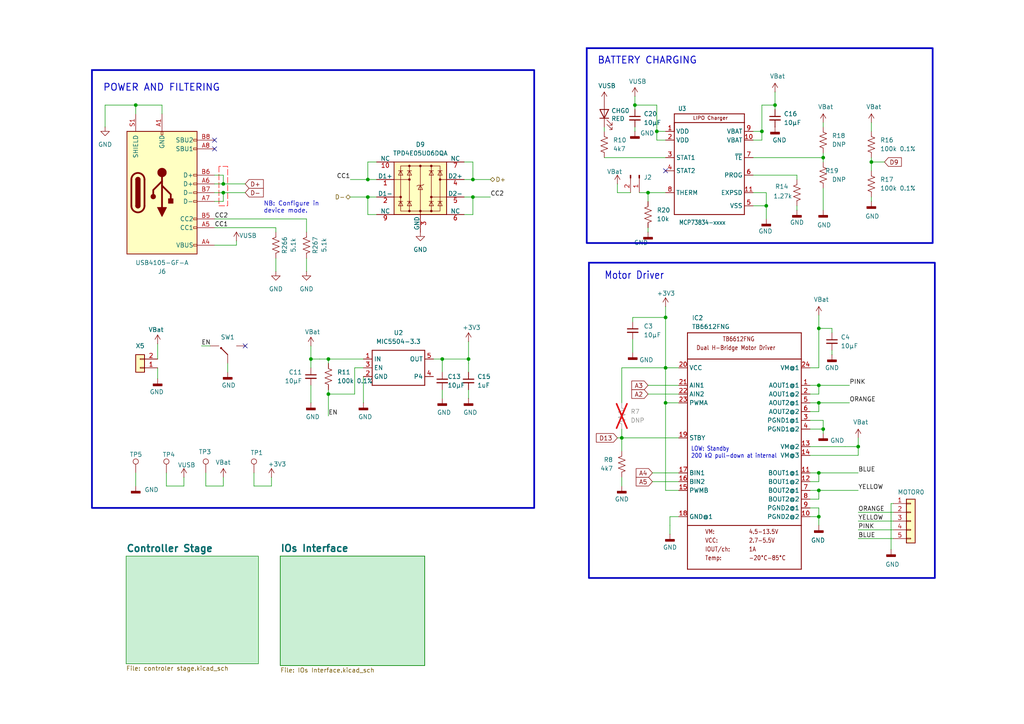
<source format=kicad_sch>
(kicad_sch (version 20250114) (generator "eeschema") (generator_version "9.0")
  (paper "A4")
  (title_block (title "FED3 Control Board") (rev "7.4") (company "Kravitz Lab") (comment 1 "Open Ephys, Inc."))
  (lib_symbols
    (symbol "Connector:Conn_01x02_Pin" (pin_names (offset 1.016) (hide yes))
      (property "Reference" "J" (at 0 2.54 0))
      (property "Value" "Conn_01x02_Pin" (at 0 -5.08 0))
      (symbol "Conn_01x02_Pin_1_1"
        (pin passive line (at 5.08 0 180) (length 3.81) (name "Pin_1") (number "1"))
        (pin passive line (at 5.08 -2.54 180) (length 3.81) (name "Pin_2") (number "2"))
      )
    )
    (symbol "Connector:TestPoint" (pin_numbers (hide yes)) (pin_names (offset 0.762) (hide yes))
      (property "Reference" "TP" (at 0 6.858 0))
      (property "Value" "TestPoint" (at 0 5.08 0))
      (symbol "TestPoint_1_1"
        (pin passive line (at 0 0 90) (length 2.54) (name "1") (number "1"))
      )
    )
    (symbol "Connector:USB_C_Receptacle_USB2.0_16P" (pin_names (offset 1.016))
      (property "Reference" "J" (at 0 22.225 0))
      (property "Value" "USB_C_Receptacle_USB2.0_16P" (at 0 19.685 0))
      (symbol "USB_C_Receptacle_USB2.0_16P_1_1"
        (pin passive line (at -7.62 -22.86 90) (length 5.08) (name "SHIELD") (number "S1"))
        (pin passive line (at 0 -22.86 90) (length 5.08) (name "GND") (number "A1"))
        (pin passive line (at 0 -22.86 90) (length 5.08) (hide yes) (name "GND") (number "A12"))
        (pin passive line (at 0 -22.86 90) (length 5.08) (hide yes) (name "GND") (number "B1"))
        (pin passive line (at 0 -22.86 90) (length 5.08) (hide yes) (name "GND") (number "B12"))
        (pin passive line (at 15.24 15.24 180) (length 5.08) (name "VBUS") (number "A4"))
        (pin passive line (at 15.24 15.24 180) (length 5.08) (hide yes) (name "VBUS") (number "A9"))
        (pin passive line (at 15.24 15.24 180) (length 5.08) (hide yes) (name "VBUS") (number "B4"))
        (pin passive line (at 15.24 15.24 180) (length 5.08) (hide yes) (name "VBUS") (number "B9"))
        (pin bidirectional line (at 15.24 10.16 180) (length 5.08) (name "CC1") (number "A5"))
        (pin bidirectional line (at 15.24 7.62 180) (length 5.08) (name "CC2") (number "B5"))
        (pin bidirectional line (at 15.24 2.54 180) (length 5.08) (name "D-") (number "A7"))
        (pin bidirectional line (at 15.24 0 180) (length 5.08) (name "D-") (number "B7"))
        (pin bidirectional line (at 15.24 -2.54 180) (length 5.08) (name "D+") (number "A6"))
        (pin bidirectional line (at 15.24 -5.08 180) (length 5.08) (name "D+") (number "B6"))
        (pin bidirectional line (at 15.24 -12.7 180) (length 5.08) (name "SBU1") (number "A8"))
        (pin bidirectional line (at 15.24 -15.24 180) (length 5.08) (name "SBU2") (number "B8"))
      )
    )
    (symbol "Connector_Generic:Conn_01x02" (pin_names (offset 1.016) (hide yes))
      (property "Reference" "J" (at 0 2.54 0))
      (property "Value" "Conn_01x02" (at 0 -5.08 0))
      (symbol "Conn_01x02_1_1"
        (pin passive line (at -5.08 0 0) (length 3.81) (name "Pin_1") (number "1"))
        (pin passive line (at -5.08 -2.54 0) (length 3.81) (name "Pin_2") (number "2"))
      )
    )
    (symbol "Connector_Generic:Conn_01x05" (pin_names (offset 1.016) (hide yes))
      (property "Reference" "J" (at 0 7.62 0))
      (property "Value" "Conn_01x05" (at 0 -7.62 0))
      (symbol "Conn_01x05_1_1"
        (pin passive line (at -5.08 5.08 0) (length 3.81) (name "Pin_1") (number "1"))
        (pin passive line (at -5.08 2.54 0) (length 3.81) (name "Pin_2") (number "2"))
        (pin passive line (at -5.08 0 0) (length 3.81) (name "Pin_3") (number "3"))
        (pin passive line (at -5.08 -2.54 0) (length 3.81) (name "Pin_4") (number "4"))
        (pin passive line (at -5.08 -5.08 0) (length 3.81) (name "Pin_5") (number "5"))
      )
    )
    (symbol "Device:C_Small" (pin_numbers (hide yes)) (pin_names (offset 0.254) (hide yes))
      (property "Reference" "C" (at 0.254 1.778 0))
      (property "Value" "C_Small" (at 0.254 -2.032 0))
      (symbol "C_Small_1_1"
        (pin passive line (at 0 2.54 270) (length 2.032) (name "~") (number "1"))
        (pin passive line (at 0 -2.54 90) (length 2.032) (name "~") (number "2"))
      )
    )
    (symbol "Device:LED" (pin_numbers (hide yes)) (pin_names (offset 1.016) (hide yes))
      (property "Reference" "D" (at 0 2.54 0))
      (property "Value" "LED" (at 0 -2.54 0))
      (symbol "LED_1_1"
        (pin passive line (at -3.81 0 0) (length 2.54) (name "K") (number "1"))
        (pin passive line (at 3.81 0 180) (length 2.54) (name "A") (number "2"))
      )
    )
    (symbol "Device:R_US" (pin_numbers (hide yes)) (pin_names (offset 0))
      (property "Reference" "R" (at 2.54 0 90))
      (property "Value" "R_US" (at -2.54 0 90))
      (symbol "R_US_1_1"
        (pin passive line (at 0 3.81 270) (length 1.27) (name "~") (number "1"))
        (pin passive line (at 0 -3.81 90) (length 1.27) (name "~") (number "2"))
      )
    )
    (symbol "FED3 SymbLib:MCP73834"
      (property "Reference" "U" (at -11.43 14.986 0))
      (property "Value" "MCP73834-xxxx" (at -4.572 14.986 0))
      (symbol "MCP73834_1_0"
        (pin passive line (at -13.97 8.89 0) (length 2.54) (name "VDD") (number "1"))
        (pin passive line (at -13.97 6.35 0) (length 2.54) (name "VDD") (number "2"))
        (pin passive line (at -13.97 1.27 0) (length 2.54) (name "STAT1") (number "3"))
        (pin passive line (at -13.97 -2.54 0) (length 2.54) (name "STAT2") (number "4"))
        (pin passive line (at -13.97 -8.89 0) (length 2.54) (name "THERM") (number "8"))
        (pin passive line (at 11.43 8.89 180) (length 2.54) (name "VBAT") (number "9"))
        (pin passive line (at 11.43 6.35 180) (length 2.54) (name "VBAT") (number "10"))
        (pin passive line (at 11.43 1.27 180) (length 2.54) (name "~{TE}") (number "7"))
        (pin passive line (at 11.43 -3.81 180) (length 2.54) (name "PROG") (number "6"))
        (pin passive line (at 11.43 -8.89 180) (length 2.54) (name "EXPSD") (number "11"))
        (pin passive line (at 11.43 -12.7 180) (length 2.54) (name "VSS") (number "5"))
      )
      (symbol "MCP73834_1_1"
        (text "LIPO Charger" (at -6.096 12.192 0) (effects (font (size 1.016 1.016)) (justify left bottom)))
      )
    )
    (symbol "FED3 SymbLib:SSSS811101"
      (symbol "SSSS811101_1_0"
        (pin bidirectional line (at -5.08 0 0) (length 2.54) (name "1") (number "1"))
        (pin bidirectional line (at -5.08 -3.81 90) (length 2.54) (hide yes) (name "SHIELD@1") (number "SHIELD@1"))
        (pin bidirectional line (at -3.81 -3.81 90) (length 2.54) (hide yes) (name "SHIELD@2") (number "SHIELD@2"))
        (pin bidirectional line (at -2.54 -3.81 90) (length 2.54) (hide yes) (name "SHIELD@3") (number "SHIELD@3"))
        (pin bidirectional line (at -1.27 -3.81 90) (length 2.54) (hide yes) (name "SHIELD@4") (number "SHIELD@4"))
        (pin bidirectional line (at 0 -5.08 90) (length 2.54) (name "2") (number "2"))
        (pin bidirectional line (at 5.08 0 180) (length 2.54) (name "3") (number "3"))
      )
    )
    (symbol "FED3 SymbLib:TB6612FNGSSOP"
      (property "Reference" "U" (at -15.24 35.56 0))
      (symbol "TB6612FNGSSOP_1_0"
        (text "Dual H-Bridge Motor Driver" (at -12.7 27.94 0) (effects (font (size 1.27 1.0795)) (justify left bottom)))
        (text "VM:" (at -10.16 -25.4 0) (effects (font (size 1.27 1.0795)) (justify left bottom)))
        (text "VCC:" (at -10.16 -27.94 0) (effects (font (size 1.27 1.0795)) (justify left bottom)))
        (text "IOUT/ch:" (at -10.16 -30.48 0) (effects (font (size 1.27 1.0795)) (justify left bottom)))
        (text "Temp:" (at -10.16 -33.02 0) (effects (font (size 1.27 1.0795)) (justify left bottom)))
        (text "TB6612FNG" (at -5.08 30.48 0) (effects (font (size 1.27 1.0795)) (justify left bottom)))
        (text "4.5-13.5V" (at 2.54 -25.4 0) (effects (font (size 1.27 1.0795)) (justify left bottom)))
        (text "2.7-5.5V" (at 2.54 -27.94 0) (effects (font (size 1.27 1.0795)) (justify left bottom)))
        (text "1A" (at 2.54 -30.48 0) (effects (font (size 1.27 1.0795)) (justify left bottom)))
        (text "-20°C-85°C" (at 2.54 -33.02 0) (effects (font (size 1.27 1.0795)) (justify left bottom)))
        (pin power_in line (at -17.78 22.86 0) (length 2.54) (name "VCC") (number "20"))
        (pin input line (at -17.78 17.78 0) (length 2.54) (name "AIN1") (number "21"))
        (pin input line (at -17.78 15.24 0) (length 2.54) (name "AIN2") (number "22"))
        (pin input line (at -17.78 12.7 0) (length 2.54) (name "PWMA") (number "23"))
        (pin input line (at -17.78 2.54 0) (length 2.54) (name "STBY") (number "19"))
        (pin input line (at -17.78 -7.62 0) (length 2.54) (name "BIN1") (number "17"))
        (pin input line (at -17.78 -10.16 0) (length 2.54) (name "BIN2") (number "16"))
        (pin input line (at -17.78 -12.7 0) (length 2.54) (name "PWMB") (number "15"))
        (pin power_in line (at -17.78 -20.32 0) (length 2.54) (name "GND@1") (number "18"))
        (pin power_in line (at 20.32 22.86 180) (length 2.54) (name "VM@1") (number "24"))
        (pin output line (at 20.32 17.78 180) (length 2.54) (name "AOUT1@1") (number "1"))
        (pin output line (at 20.32 15.24 180) (length 2.54) (name "AOUT1@2") (number "2"))
        (pin output line (at 20.32 12.7 180) (length 2.54) (name "AOUT2@1") (number "5"))
        (pin output line (at 20.32 10.16 180) (length 2.54) (name "AOUT2@2") (number "6"))
        (pin power_in line (at 20.32 7.62 180) (length 2.54) (name "PGND1@1") (number "3"))
        (pin power_in line (at 20.32 5.08 180) (length 2.54) (name "PGND1@2") (number "4"))
        (pin power_in line (at 20.32 0 180) (length 2.54) (name "VM@2") (number "13"))
        (pin power_in line (at 20.32 -2.54 180) (length 2.54) (name "VM@3") (number "14"))
        (pin output line (at 20.32 -7.62 180) (length 2.54) (name "BOUT1@1") (number "11"))
        (pin output line (at 20.32 -10.16 180) (length 2.54) (name "BOUT1@2") (number "12"))
        (pin output line (at 20.32 -12.7 180) (length 2.54) (name "BOUT2@1") (number "7"))
        (pin output line (at 20.32 -15.24 180) (length 2.54) (name "BOUT2@2") (number "8"))
        (pin power_in line (at 20.32 -17.78 180) (length 2.54) (name "PGND2@1") (number "9"))
        (pin power_in line (at 20.32 -20.32 180) (length 2.54) (name "PGND2@2") (number "10"))
      )
    )
    (symbol "FED3 SymbLib:VREG_SOT23-5"
      (property "Reference" "U" (at -7.62 6.096 0))
      (symbol "VREG_SOT23-5_1_0"
        (pin power_in line (at -10.16 2.54 0) (length 2.54) (name "IN") (number "1"))
        (pin input line (at -10.16 0 0) (length 2.54) (name "EN") (number "3"))
        (pin power_in line (at -10.16 -2.54 0) (length 2.54) (name "GND") (number "2"))
        (pin power_in line (at 10.16 2.54 180) (length 2.54) (name "OUT") (number "5"))
        (pin bidirectional line (at 10.16 -2.54 180) (length 2.54) (name "P4") (number "4"))
      )
    )
    (symbol "FED3 SymbLib:VUSB" (power) (pin_numbers (hide yes)) (pin_names (offset 0) (hide yes))
      (property "Value" "VUSB" (at 0 3.556 0))
      (symbol "VUSB_1_1"
        (pin power_in line (at 0 0 90) (length 0) (name "~") (number "1"))
      )
    )
    (symbol "FED3 SymbLib:V_Batt" (power) (pin_numbers (hide yes)) (pin_names (offset 0) (hide yes))
      (property "Value" "V_Batt" (at 0 3.556 0))
      (symbol "V_Batt_1_1"
        (pin power_in line (at 0 0 90) (length 0) (name "~") (number "1"))
      )
    )
    (symbol "FED3_v7.3 SymLib:VUSB" (power) (pin_numbers (hide yes)) (pin_names (offset 0) (hide yes))
      (property "Value" "VUSB" (at 0 3.556 0))
      (symbol "VUSB_1_1"
        (pin power_in line (at 0 0 90) (length 0) (name "~") (number "1"))
      )
    )
    (symbol "Power_Protection:TPD4E05U06DQA" (pin_names (offset 0))
      (property "Reference" "U" (at -0.635 8.89 0))
      (property "Value" "TPD4E05U06DQA" (at 1.905 -10.16 0))
      (symbol "TPD4E05U06DQA_1_1"
        (pin free line (at -12.7 7.62 0) (length 5.08) (name "NC") (number "10"))
        (pin passive line (at -12.7 2.54 0) (length 5.08) (name "D1+") (number "1"))
        (pin passive line (at -12.7 -2.54 0) (length 5.08) (name "D1-") (number "2"))
        (pin free line (at -12.7 -7.62 0) (length 5.08) (name "NC") (number "9"))
        (pin power_in line (at 0 -12.7 90) (length 5.08) (name "GND") (number "3"))
        (pin passive line (at 0 -12.7 90) (length 5.08) (hide yes) (name "GND") (number "8"))
        (pin free line (at 12.7 7.62 180) (length 5.08) (name "NC") (number "7"))
        (pin passive line (at 12.7 2.54 180) (length 5.08) (name "D2+") (number "4"))
        (pin passive line (at 12.7 -2.54 180) (length 5.08) (name "D2-") (number "5"))
        (pin free line (at 12.7 -7.62 180) (length 5.08) (name "NC") (number "6"))
      )
    )
    (symbol "power:+3V3" (power) (pin_numbers (hide yes)) (pin_names (offset 0) (hide yes))
      (property "Value" "+3V3" (at 0 3.556 0))
      (symbol "+3V3_1_1"
        (pin power_in line (at 0 0 90) (length 0) (name "~") (number "1"))
      )
    )
    (symbol "power:GND" (power) (pin_numbers (hide yes)) (pin_names (offset 0) (hide yes))
      (property "Value" "GND" (at 0 -3.81 0))
      (symbol "GND_1_1"
        (pin power_in line (at 0 0 270) (length 0) (name "~") (number "1"))
      )
    )
    (symbol "power:GNDD" (power) (pin_numbers (hide yes)) (pin_names (offset 0) (hide yes))
      (property "Value" "GNDD" (at 0 -3.175 0))
      (symbol "GNDD_1_1"
        (pin power_in line (at 0 0 270) (length 0) (name "~") (number "1"))
      )
    )
  )
  (rectangle (start 170.18 13.97) (end 270.51 70.485) (stroke (width 0.5)))
  (rectangle (start 170.815 76.2) (end 271.145 167.64) (stroke (width 0.5)))
  (rectangle (start 26.67 20.32) (end 154.94 147.32) (stroke (width 0.5)))
  (text "Motor Driver" (at 175.26 81.28 0) (effects (font (size 2.1844 1.8567) (thickness 0.2321)) (justify left bottom)))
  (text "POWER AND FILTERING" (at 29.845 26.67 0) (effects (font (size 2 2) (thickness 0.25)) (justify left bottom)))
  (text "BATTERY CHARGING" (at 173.228 18.796 0) (effects (font (size 2 2) (thickness 0.25)) (justify left bottom)))
  (text "NB: Configure in\ndevice mode." (at 76.454 61.976 0) (effects (font (size 1.27 1.27)) (justify left bottom)))
  (text "LOW: Standby\n200 kΩ pull-down at internal" (at 200.406 133.096 0) (effects (font (size 1.27 1.0795)) (justify left bottom)))
  (junction (at 222.25 59.69))
  (junction (at 237.49 142.24))
  (junction (at 90.17 104.14))
  (junction (at 95.25 114.3))
  (junction (at 184.15 30.48))
  (junction (at 252.73 46.99))
  (junction (at 180.34 127))
  (junction (at 238.76 124.46))
  (junction (at 193.04 116.84))
  (junction (at 137.16 52.07))
  (junction (at 237.49 111.76))
  (junction (at 237.49 116.84))
  (junction (at 135.89 104.14))
  (junction (at 220.98 38.1))
  (junction (at 64.77 55.88))
  (junction (at 106.68 57.15))
  (junction (at 128.27 104.14))
  (junction (at 95.25 104.14))
  (junction (at 190.5 38.1))
  (junction (at 238.76 45.72))
  (junction (at 248.92 129.54))
  (junction (at 193.04 92.075))
  (junction (at 193.04 106.68))
  (junction (at 64.77 53.34))
  (junction (at 39.37 30.48))
  (junction (at 237.49 137.16))
  (junction (at 106.68 52.07))
  (junction (at 224.79 30.48))
  (junction (at 137.16 57.15))
  (junction (at 237.49 149.86))
  (junction (at 237.49 95.25))
  (junction (at 187.96 55.88))
  (no_connect (at 193.04 49.53))
  (no_connect (at 71.12 100.33))
  (no_connect (at 62.23 40.64))
  (no_connect (at 62.23 43.18))
  (wire (pts (xy 101.6 52.07) (xy 106.68 52.07)))
  (wire (pts (xy 234.95 129.54) (xy 245.11 129.54)) (stroke (width 0.1524)))
  (wire (pts (xy 238.76 121.92) (xy 238.76 124.46)) (stroke (width 0.1524)))
  (wire (pts (xy 234.95 119.38) (xy 237.49 119.38)) (stroke (width 0.1524)))
  (wire (pts (xy 222.25 55.88) (xy 222.25 59.69)))
  (wire (pts (xy 62.23 63.5) (xy 88.9 63.5)))
  (wire (pts (xy 45.72 109.855) (xy 45.72 106.68)) (stroke (width 0.1524)))
  (wire (pts (xy 184.15 30.48) (xy 190.5 30.48)))
  (wire (pts (xy 95.25 104.14) (xy 105.41 104.14)) (stroke (width 0.1524)))
  (wire (pts (xy 234.95 132.08) (xy 248.92 132.08)) (stroke (width 0.1524)))
  (wire (pts (xy 218.44 40.64) (xy 220.98 40.64)))
  (wire (pts (xy 46.99 30.48) (xy 39.37 30.48)))
  (wire (pts (xy 218.44 55.88) (xy 222.25 55.88)))
  (wire (pts (xy 224.79 31.75) (xy 224.79 30.48)))
  (wire (pts (xy 59.69 137.16) (xy 59.69 140.97)))
  (wire (pts (xy 59.69 140.97) (xy 64.77 140.97)))
  (wire (pts (xy 194.31 152.4) (xy 194.31 154.94)))
  (wire (pts (xy 80.01 74.93) (xy 80.01 78.74)))
  (wire (pts (xy 193.04 92.075) (xy 193.04 88.9)) (stroke (width 0.1524)))
  (wire (pts (xy 78.74 140.97) (xy 78.74 138.43)))
  (wire (pts (xy 60.96 100.33) (xy 58.42 100.33)) (stroke (width 0.1524)))
  (wire (pts (xy 179.07 55.88) (xy 182.88 55.88)))
  (wire (pts (xy 66.04 105.41) (xy 66.04 107.95)) (stroke (width 0.1524)))
  (wire (pts (xy 101.6 57.15) (xy 106.68 57.15)))
  (wire (pts (xy 62.23 55.88) (xy 64.77 55.88)))
  (wire (pts (xy 234.95 114.3) (xy 237.49 114.3)) (stroke (width 0.1524)))
  (wire (pts (xy 134.62 62.23) (xy 137.16 62.23)))
  (wire (pts (xy 238.76 44.45) (xy 238.76 45.72)))
  (wire (pts (xy 220.98 40.64) (xy 220.98 38.1)))
  (wire (pts (xy 88.9 74.93) (xy 88.9 78.74)))
  (wire (pts (xy 241.3 96.52) (xy 241.3 95.25)) (stroke (width 0.1524)))
  (wire (pts (xy 259.08 153.67) (xy 248.92 153.67)) (stroke (width 0.1524)))
  (wire (pts (xy 128.27 104.14) (xy 135.89 104.14)) (stroke (width 0.1524)))
  (wire (pts (xy 218.44 50.8) (xy 231.14 50.8)))
  (wire (pts (xy 95.25 105.41) (xy 95.25 104.14)))
  (wire (pts (xy 237.49 111.76) (xy 246.38 111.76)) (stroke (width 0.1524)))
  (wire (pts (xy 46.99 33.02) (xy 46.99 30.48)))
  (wire (pts (xy 237.49 137.16) (xy 248.92 137.16)) (stroke (width 0.1524)))
  (wire (pts (xy 237.49 144.78) (xy 237.49 142.24)) (stroke (width 0.1524)))
  (wire (pts (xy 128.27 113.03) (xy 128.27 115.57)) (stroke (width 0.1524)))
  (wire (pts (xy 224.79 26.67) (xy 224.79 30.48)))
  (wire (pts (xy 196.85 137.16) (xy 189.23 137.16)) (stroke (width 0.1524)))
  (wire (pts (xy 193.04 116.84) (xy 193.04 142.24)) (stroke (width 0.1524)))
  (wire (pts (xy 187.96 58.42) (xy 187.96 55.88)))
  (wire (pts (xy 64.77 50.8) (xy 64.77 53.34)))
  (wire (pts (xy 92.71 104.14) (xy 95.25 104.14)))
  (wire (pts (xy 180.34 138.43) (xy 180.34 140.97)) (stroke (width 0.1524)))
  (wire (pts (xy 248.92 127) (xy 248.92 129.54)))
  (wire (pts (xy 39.37 137.16) (xy 39.37 140.97)))
  (wire (pts (xy 237.49 95.25) (xy 237.49 106.68)) (stroke (width 0.1524)))
  (wire (pts (xy 64.77 53.34) (xy 71.12 53.34)))
  (wire (pts (xy 128.27 105.41) (xy 128.27 104.14)) (stroke (width 0.1524)))
  (wire (pts (xy 142.24 52.07) (xy 137.16 52.07)))
  (wire (pts (xy 237.49 149.86) (xy 237.49 152.4)) (stroke (width 0.1524)))
  (wire (pts (xy 252.73 57.15) (xy 252.73 58.42)))
  (wire (pts (xy 190.5 38.1) (xy 190.5 40.64)))
  (wire (pts (xy 135.89 104.14) (xy 135.89 105.41)) (stroke (width 0.1524)))
  (wire (pts (xy 248.92 129.54) (xy 248.92 132.08)))
  (wire (pts (xy 179.07 127) (xy 180.34 127)) (stroke (width 0.1524)))
  (wire (pts (xy 238.76 45.72) (xy 238.76 46.99)))
  (wire (pts (xy 196.85 116.84) (xy 193.04 116.84)) (stroke (width 0.1524)))
  (wire (pts (xy 237.49 95.25) (xy 241.3 95.25)) (stroke (width 0.1524)))
  (wire (pts (xy 238.76 54.61) (xy 238.76 60.96)))
  (wire (pts (xy 62.23 66.04) (xy 80.01 66.04)))
  (wire (pts (xy 90.17 111.76) (xy 90.17 116.84)) (stroke (width 0.1524)))
  (wire (pts (xy 183.515 93.345) (xy 183.515 92.075)) (stroke (width 0.1524)))
  (wire (pts (xy 234.95 111.76) (xy 237.49 111.76)) (stroke (width 0.1524)))
  (wire (pts (xy 30.48 30.48) (xy 30.48 36.83)))
  (wire (pts (xy 39.37 30.48) (xy 39.37 33.02)))
  (wire (pts (xy 135.89 105.41) (xy 135.89 107.95)))
  (wire (pts (xy 179.07 53.34) (xy 179.07 55.88)))
  (wire (pts (xy 106.68 46.99) (xy 106.68 52.07)))
  (wire (pts (xy 183.515 92.075) (xy 193.04 92.075)) (stroke (width 0.1524)))
  (wire (pts (xy 73.66 137.16) (xy 73.66 140.97)))
  (wire (pts (xy 259.08 156.21) (xy 248.92 156.21)) (stroke (width 0.1524)))
  (wire (pts (xy 90.17 104.14) (xy 92.71 104.14)) (stroke (width 0.1524)))
  (wire (pts (xy 234.95 124.46) (xy 238.76 124.46)) (stroke (width 0.1524)))
  (wire (pts (xy 238.76 124.46) (xy 238.76 125.73)) (stroke (width 0.1524)))
  (wire (pts (xy 135.89 113.03) (xy 135.89 115.57)) (stroke (width 0.1524)))
  (wire (pts (xy 180.34 124.46) (xy 180.34 127)) (stroke (width 0.1524)))
  (wire (pts (xy 184.15 36.83) (xy 184.15 38.1)))
  (wire (pts (xy 256.54 46.99) (xy 252.73 46.99)))
  (wire (pts (xy 259.08 151.13) (xy 248.92 151.13)) (stroke (width 0.1524)))
  (wire (pts (xy 234.95 142.24) (xy 237.49 142.24)) (stroke (width 0.1524)))
  (wire (pts (xy 190.5 30.48) (xy 190.5 38.1)))
  (wire (pts (xy 175.26 45.72) (xy 193.04 45.72)))
  (wire (pts (xy 237.49 116.84) (xy 237.49 119.38)) (stroke (width 0.1524)))
  (wire (pts (xy 62.23 71.12) (xy 68.58 71.12)))
  (wire (pts (xy 259.08 146.05) (xy 258.445 146.05)) (stroke (width 0.1524)))
  (wire (pts (xy 128.27 105.41) (xy 128.27 107.95)))
  (wire (pts (xy 187.96 114.3) (xy 196.85 114.3)) (stroke (width 0.1524)))
  (wire (pts (xy 196.85 139.7) (xy 189.23 139.7)) (stroke (width 0.1524)))
  (wire (pts (xy 73.66 140.97) (xy 78.74 140.97)))
  (wire (pts (xy 237.49 91.44) (xy 237.49 95.25)) (stroke (width 0.1524)))
  (wire (pts (xy 62.23 50.8) (xy 64.77 50.8)))
  (wire (pts (xy 64.77 140.97) (xy 64.77 138.43)))
  (wire (pts (xy 180.34 106.68) (xy 193.04 106.68)) (stroke (width 0.1524)))
  (wire (pts (xy 234.95 144.78) (xy 237.49 144.78)) (stroke (width 0.1524)))
  (wire (pts (xy 234.95 147.32) (xy 237.49 147.32)) (stroke (width 0.1524)))
  (wire (pts (xy 95.25 113.03) (xy 95.25 114.3)) (stroke (width 0.1524)))
  (wire (pts (xy 220.98 30.48) (xy 224.79 30.48)))
  (wire (pts (xy 234.95 149.86) (xy 237.49 149.86)) (stroke (width 0.1524)))
  (wire (pts (xy 241.3 101.6) (xy 241.3 102.87)))
  (wire (pts (xy 248.92 129.54) (xy 245.11 129.54)))
  (wire (pts (xy 231.14 50.8) (xy 231.14 52.07)))
  (wire (pts (xy 237.49 147.32) (xy 237.49 149.86)) (stroke (width 0.1524)))
  (wire (pts (xy 135.89 104.14) (xy 135.89 99.06)) (stroke (width 0.1524)))
  (wire (pts (xy 106.68 62.23) (xy 106.68 57.15)))
  (wire (pts (xy 190.5 40.64) (xy 193.04 40.64)))
  (wire (pts (xy 184.15 27.94) (xy 184.15 30.48)))
  (wire (pts (xy 237.49 116.84) (xy 246.38 116.84)) (stroke (width 0.1524)))
  (wire (pts (xy 45.72 99.695) (xy 45.72 104.14)) (stroke (width 0.1524)))
  (wire (pts (xy 109.22 62.23) (xy 106.68 62.23)))
  (wire (pts (xy 180.34 127) (xy 180.34 130.81)) (stroke (width 0.1524)))
  (wire (pts (xy 234.95 137.16) (xy 237.49 137.16)) (stroke (width 0.1524)))
  (wire (pts (xy 102.87 114.3) (xy 102.87 106.68)) (stroke (width 0.1524)))
  (wire (pts (xy 109.22 46.99) (xy 106.68 46.99)))
  (wire (pts (xy 196.85 106.68) (xy 193.04 106.68)) (stroke (width 0.1524)))
  (wire (pts (xy 105.41 109.22) (xy 105.41 116.84)) (stroke (width 0.1524)))
  (wire (pts (xy 237.49 106.68) (xy 234.95 106.68)))
  (wire (pts (xy 175.26 36.83) (xy 175.26 38.1)))
  (wire (pts (xy 180.34 127) (xy 196.85 127)) (stroke (width 0.1524)))
  (wire (pts (xy 234.95 139.7) (xy 237.49 139.7)) (stroke (width 0.1524)))
  (wire (pts (xy 238.76 121.92) (xy 234.95 121.92)) (stroke (width 0.1524)))
  (wire (pts (xy 64.77 55.88) (xy 71.12 55.88)))
  (wire (pts (xy 184.15 31.75) (xy 184.15 30.48)))
  (wire (pts (xy 134.62 46.99) (xy 137.16 46.99)))
  (wire (pts (xy 62.23 53.34) (xy 64.77 53.34)))
  (wire (pts (xy 234.95 116.84) (xy 237.49 116.84)) (stroke (width 0.1524)))
  (wire (pts (xy 134.62 57.15) (xy 137.16 57.15)))
  (wire (pts (xy 193.04 106.68) (xy 193.04 116.84)) (stroke (width 0.1524)))
  (wire (pts (xy 95.25 114.3) (xy 102.87 114.3)) (stroke (width 0.1524)))
  (wire (pts (xy 53.34 140.97) (xy 53.34 138.43)))
  (wire (pts (xy 187.96 55.88) (xy 193.04 55.88)))
  (wire (pts (xy 237.49 111.76) (xy 237.49 114.3)) (stroke (width 0.1524)))
  (wire (pts (xy 187.96 66.04) (xy 187.96 67.31)))
  (wire (pts (xy 62.23 58.42) (xy 64.77 58.42)))
  (wire (pts (xy 193.04 106.68) (xy 193.04 92.075)) (stroke (width 0.1524)))
  (wire (pts (xy 183.515 98.425) (xy 183.515 102.235)) (stroke (width 0.1524)))
  (wire (pts (xy 48.26 137.16) (xy 48.26 140.97)))
  (wire (pts (xy 90.17 104.14) (xy 90.17 106.68)) (stroke (width 0.1524)))
  (wire (pts (xy 259.08 148.59) (xy 248.92 148.59)) (stroke (width 0.1524)))
  (wire (pts (xy 218.44 38.1) (xy 220.98 38.1)))
  (wire (pts (xy 187.96 111.76) (xy 196.85 111.76)) (stroke (width 0.1524)))
  (wire (pts (xy 222.25 59.69) (xy 222.25 63.5)))
  (wire (pts (xy 137.16 52.07) (xy 134.62 52.07)))
  (wire (pts (xy 106.68 57.15) (xy 109.22 57.15)))
  (wire (pts (xy 237.49 139.7) (xy 237.49 137.16)) (stroke (width 0.1524)))
  (wire (pts (xy 252.73 46.99) (xy 252.73 45.72)))
  (wire (pts (xy 252.73 35.56) (xy 252.73 38.1)))
  (wire (pts (xy 88.9 63.5) (xy 88.9 67.31)))
  (wire (pts (xy 102.87 106.68) (xy 105.41 106.68)) (stroke (width 0.1524)))
  (wire (pts (xy 220.98 30.48) (xy 220.98 38.1)))
  (wire (pts (xy 90.17 100.33) (xy 90.17 104.14)) (stroke (width 0.1524)))
  (wire (pts (xy 137.16 46.99) (xy 137.16 52.07)))
  (wire (pts (xy 185.42 55.88) (xy 187.96 55.88)))
  (wire (pts (xy 137.16 57.15) (xy 142.24 57.15)))
  (wire (pts (xy 196.85 142.24) (xy 193.04 142.24)) (stroke (width 0.1524)))
  (wire (pts (xy 196.85 149.86) (xy 194.31 149.86)) (stroke (width 0.1524)))
  (wire (pts (xy 125.73 104.14) (xy 128.27 104.14)) (stroke (width 0.1524)))
  (wire (pts (xy 80.01 66.04) (xy 80.01 67.31)))
  (wire (pts (xy 194.31 149.86) (xy 194.31 152.4)) (stroke (width 0.1524)))
  (wire (pts (xy 180.34 106.68) (xy 180.34 116.84)) (stroke (width 0.1524)))
  (wire (pts (xy 238.76 35.56) (xy 238.76 36.83)))
  (wire (pts (xy 218.44 45.72) (xy 238.76 45.72)))
  (wire (pts (xy 68.58 69.85) (xy 68.58 71.12)))
  (wire (pts (xy 64.77 55.88) (xy 64.77 58.42)))
  (wire (pts (xy 39.37 30.48) (xy 30.48 30.48)))
  (wire (pts (xy 231.14 60.96) (xy 231.14 59.69)) (stroke (width 0.1524)))
  (wire (pts (xy 237.49 142.24) (xy 248.92 142.24)) (stroke (width 0.1524)))
  (wire (pts (xy 193.04 38.1) (xy 190.5 38.1)))
  (wire (pts (xy 218.44 59.69) (xy 222.25 59.69)))
  (wire (pts (xy 252.73 46.99) (xy 252.73 49.53)))
  (wire (pts (xy 95.25 114.3) (xy 95.25 120.65)) (stroke (width 0.1524)))
  (wire (pts (xy 137.16 62.23) (xy 137.16 57.15)))
  (wire (pts (xy 258.445 146.05) (xy 258.445 159.385)))
  (wire (pts (xy 106.68 52.07) (xy 109.22 52.07)))
  (wire (pts (xy 48.26 140.97) (xy 53.34 140.97)))
  (label "CC2" (at 62.23 63.5 0))
  (label "ORANGE" (at 246.38 116.84 0))
  (label "BLUE" (at 248.92 137.16 0))
  (label "EN" (at 58.42 100.33 0) (effects (font (thickness 0.1588))))
  (label "ORANGE" (at 248.92 148.59 0))
  (label "EN" (at 95.25 120.65 0) (effects (font (thickness 0.1588))))
  (label "CC1" (at 62.23 66.04 0))
  (label "YELLOW" (at 248.92 142.24 0))
  (label "CC2" (at 142.24 57.15 0))
  (label "YELLOW" (at 248.92 151.13 0))
  (label "BLUE" (at 248.92 156.21 0))
  (label "PINK" (at 246.38 111.76 0))
  (label "CC1" (at 101.6 52.07 180))
  (label "PINK" (at 248.92 153.67 0))
  (global_label "A4" (shape input) (at 189.23 137.16 180) (property "Intersheetrefs" "${INTERSHEET_REFS}" (effects (hide yes))))
  (global_label "A3" (shape input) (at 187.96 111.76 180) (property "Intersheetrefs" "${INTERSHEET_REFS}" (effects (hide yes))))
  (global_label "D+" (shape input) (at 71.12 53.34 0) (property "Intersheetrefs" "${INTERSHEET_REFS}" (effects (hide yes))))
  (global_label "A2" (shape input) (at 187.96 114.3 180) (property "Intersheetrefs" "${INTERSHEET_REFS}" (effects (hide yes))))
  (global_label "D13" (shape input) (at 179.07 127 180) (property "Intersheetrefs" "${INTERSHEET_REFS}" (effects (hide yes))))
  (global_label "D-" (shape input) (at 71.12 55.88 0) (property "Intersheetrefs" "${INTERSHEET_REFS}" (effects (hide yes))))
  (global_label "D9" (shape input) (at 256.54 46.99 0) (property "Intersheetrefs" "${INTERSHEET_REFS}" (effects (hide yes))))
  (global_label "A5" (shape input) (at 189.23 139.7 180) (property "Intersheetrefs" "${INTERSHEET_REFS}" (effects (hide yes))))
  (hierarchical_label "D+" (shape bidirectional) (at 142.24 52.07 0))
  (hierarchical_label "D-" (shape bidirectional) (at 101.6 57.15 180))
  (rule_area (polyline (pts (xy 63.5 48.26) (xy 63.5 59.69) (xy 66.04 59.69) (xy 66.04 48.26)) (stroke (width 0) (type dash))))
  (symbol (lib_id "power:+3V3") (at 193.04 88.9 0) (mirror y) (unit 1)
    (property "Reference" "#+3V06" (effects (hide yes)))
    (property "Value" "+3V3" (at 190.5 85.09 0) (effects (justify right)))
  )
  (symbol (lib_id "Device:R_US") (at 95.25 109.22 0) (unit 1)
    (property "Reference" "R11" (at 97.79 107.9499 0) (effects (justify left)))
    (property "Value" "100k 0.1%" (at 97.79 110.4899 0) (effects (font (thickness 0.1588)) (justify left)))
    (property "Footprint" "Resistor_SMD:R_0402_1005Metric" (effects (hide yes)))
    (property "Description" "SMD 0402 100kΩ ±0.1% 0.063W" (effects (hide yes)))
    (property "OEPSPN" "OEPS020175" (effects (hide yes)))
    (property "MPN" "RG1005P-104-B-T5" (effects (hide yes)))
  )
  (symbol (lib_id "FED3 SymbLib:V_Batt") (at 224.79 26.67 0) (unit 1)
    (property "Reference" "#PWR059" (effects (hide yes)))
    (property "Value" "VBat" (at 223.266 22.098 0) (effects (justify left)))
    (property "Description" "Power symbol creates a global label with name \"V_Batt\"" (effects (hide yes)))
  )
  (symbol (lib_id "power:GNDD") (at 231.14 60.96 0) (unit 1)
    (property "Reference" "#PWR062" (effects (hide yes)))
    (property "Value" "GND" (at 229.108 64.516 0) (effects (justify left)))
    (property "Description" "Power symbol creates a global label with name \"GNDD\" , digital ground" (effects (hide yes)))
  )
  (symbol (lib_id "power:+3V3") (at 135.89 99.06 0) (mirror y) (unit 1)
    (property "Reference" "#+3V02" (effects (hide yes)))
    (property "Value" "+3V3" (at 134.112 94.996 0) (effects (justify right)))
  )
  (symbol (lib_id "FED3 SymbLib:V_Batt") (at 45.72 99.695 0) (mirror y) (unit 1)
    (property "Reference" "#PWR05" (effects (hide yes)))
    (property "Value" "VBat" (at 47.498 95.631 0) (effects (justify left)))
    (property "Description" "Power symbol creates a global label with name \"V_Batt\"" (effects (hide yes)))
  )
  (symbol (lib_id "Connector_Generic:Conn_01x02") (at 40.64 106.68 180) (unit 1)
    (property "Reference" "X5" (at 40.64 100.33 0))
    (property "Value" "B2B-PH-K-S" (effects (hide yes)))
    (property "Footprint" "FED3_PCBLib:JST-XH-02-PACKAGE-ROUND-PAD" (effects (hide yes)))
    (property "Description" "Generic connector, single row, 01x02" (effects (hide yes)))
    (property "OEPSPN" "OEPS070130" (effects (hide yes)))
    (property "MPN" "B2B-PH-K-S(LF)(SN)" (effects (hide yes)))
  )
  (symbol (lib_id "power:GNDD") (at 39.37 140.97 0) (unit 1)
    (property "Reference" "#PWR067" (effects (hide yes)))
    (property "Value" "GND" (at 41.91 142.0494 0) (effects (justify left)))
    (property "Description" "Power symbol creates a global label with name \"GNDD\" , digital ground" (effects (hide yes)))
  )
  (symbol (lib_id "power:GNDD") (at 258.445 159.385 0) (mirror y) (unit 1)
    (property "Reference" "#PWR051" (effects (hide yes)))
    (property "Value" "GND" (at 256.794 163.703 0) (effects (justify right)))
    (property "Description" "Power symbol creates a global label with name \"GNDD\" , digital ground" (effects (hide yes)))
  )
  (symbol (lib_id "power:GNDD") (at 241.3 102.87 0) (mirror y) (unit 1)
    (property "Reference" "#PWR014" (effects (hide yes)))
    (property "Value" "GND" (at 239.268 106.68 0) (effects (justify right)))
    (property "Description" "Power symbol creates a global label with name \"GNDD\" , digital ground" (effects (hide yes)))
  )
  (symbol (lib_id "Device:C_Small") (at 128.27 110.49 0) (unit 1)
    (property "Reference" "C13" (at 129.794 109.22 0) (effects (justify left)))
    (property "Value" "10µF" (at 129.794 111.76 0) (effects (justify left)))
    (property "Footprint" "Capacitor_SMD:C_0402_1005Metric" (effects (hide yes)))
    (property "Description" "Unpolarized capacitor, small symbol" (effects (hide yes)))
    (property "OEPSPN" "OEPS010038" (effects (hide yes)))
    (property "MPN" "CL05A106MP5NUNC" (effects (hide yes)))
  )
  (symbol (lib_id "FED3 SymbLib:VREG_SOT23-5") (at 115.57 106.68 0) (unit 1)
    (property "Reference" "U2" (at 115.57 96.52 0))
    (property "Value" "MIC5504-3.3" (at 115.57 99.06 0))
    (property "Footprint" "Package_TO_SOT_SMD:SOT-23-5" (effects (hide yes)))
    (property "Description" "LDO 3.3V 300mA" (effects (hide yes)))
    (property "OEPSPN" "OEPS080052" (effects (hide yes)))
    (property "MPN" "MIC5504-3.3YM5-TR" (effects (hide yes)))
  )
  (symbol (lib_id "power:GNDD") (at 180.34 140.97 0) (unit 1)
    (property "Reference" "#PWR019" (effects (hide yes)))
    (property "Value" "GND" (at 178.308 144.78 0) (effects (justify left)))
    (property "Description" "Power symbol creates a global label with name \"GNDD\" , digital ground" (effects (hide yes)))
  )
  (symbol (lib_id "Device:C_Small") (at 135.89 110.49 0) (unit 1)
    (property "Reference" "C15" (at 138.43 109.2262 0) (effects (justify left)))
    (property "Value" "1uF" (at 138.43 111.7662 0) (effects (justify left)))
    (property "Footprint" "Capacitor_SMD:C_0402_1005Metric" (effects (hide yes)))
    (property "Description" "SMD CER 0402 1uF 25V ±10% X5R" (effects (hide yes)))
    (property "OEPSPN" "OEPS010030" (effects (hide yes)))
    (property "MPN" "C1005X5R1E105K050BC" (effects (hide yes)))
  )
  (symbol (lib_id "Device:R_US") (at 231.14 55.88 0) (mirror y) (unit 1)
    (property "Reference" "R14" (at 224.79 54.102 0) (effects (justify right)))
    (property "Value" "1.27k" (at 224.282 56.896 0) (effects (justify right)))
    (property "Footprint" "Resistor_SMD:R_0402_1005Metric" (effects (hide yes)))
    (property "Description" "SMD 0402 1.27kΩ ±1% 0.100W" (effects (hide yes)))
    (property "OEPSPN" "OEPS020190" (effects (hide yes)))
    (property "MPN" "CRCW04021K27FKED" (effects (hide yes)))
  )
  (symbol (lib_id "power:GNDD") (at 105.41 116.84 0) (unit 1)
    (property "Reference" "#PWR0103" (effects (hide yes)))
    (property "Value" "GND" (at 103.886 120.904 0) (effects (justify left)))
    (property "Description" "Power symbol creates a global label with name \"GNDD\" , digital ground" (effects (hide yes)))
  )
  (symbol (lib_id "FED3 SymbLib:VUSB") (at 184.15 27.94 0) (unit 1)
    (property "Reference" "#PWR02" (effects (hide yes)))
    (property "Value" "VUSB" (at 182.372 23.622 0) (effects (justify left)))
    (property "Description" "Power symbol creates a global label with name \"VUSB\"" (effects (hide yes)))
  )
  (symbol (lib_id "power:GND") (at 30.48 36.83 0) (mirror y) (unit 1)
    (property "Reference" "#PWR0732" (effects (hide yes)))
    (property "Value" "GND" (at 30.48 41.91 0))
    (property "Description" "Power symbol creates a global label with name \"GND\" , ground" (effects (hide yes)))
  )
  (symbol (lib_id "power:GNDD") (at 187.96 67.31 0) (mirror y) (unit 1)
    (property "Reference" "#PWR066" (effects (hide yes)))
    (property "Value" "GND" (at 187.96 70.358 0) (effects (justify left)))
    (property "Description" "Power symbol creates a global label with name \"GNDD\" , digital ground" (effects (hide yes)))
  )
  (symbol (lib_id "Connector:USB_C_Receptacle_USB2.0_16P") (at 46.99 55.88 0) (mirror x) (unit 1)
    (property "Reference" "J6" (at 46.99 78.74 0))
    (property "Value" "USB4105-GF-A" (at 46.99 76.2 0))
    (property "Footprint" "Connector_USB:USB_C_Receptacle_GCT_USB4105-xx-A_16P_TopMnt_Horizontal" (effects (hide yes)))
    (property "Datasheet" "https://www.usb.org/sites/default/files/documents/usb_type-c.zip" (effects (hide yes)))
    (property "Description" "USB 2.0-only 16P Type-C Receptacle connector" (effects (hide yes)))
    (property "MPN" "USB4105-GF-A" (effects (hide yes)))
    (property "OEPSPN" "OEPS070105" (effects (hide yes)))
  )
  (symbol (lib_id "Connector:TestPoint") (at 39.37 137.16 0) (unit 1) (in_bom no)
    (property "Reference" "TP5" (at 37.592 131.826 0) (effects (justify left)))
    (property "Value" "GND" (effects (hide yes)))
    (property "Footprint" "TestPoint:TestPoint_THTPad_2.0x2.0mm_Drill1.0mm" (effects (hide yes)))
    (property "Description" "test point" (effects (hide yes)))
  )
  (symbol (lib_id "FED3 SymbLib:V_Batt") (at 64.77 138.43 0) (unit 1)
    (property "Reference" "#PWR065" (effects (hide yes)))
    (property "Value" "VBat" (at 62.484 134.112 0) (effects (justify left)))
    (property "Description" "Power symbol creates a global label with name \"V_Batt\"" (effects (hide yes)))
  )
  (symbol (lib_id "Device:R_US") (at 180.34 134.62 0) (mirror x) (unit 1)
    (property "Reference" "R8" (at 177.8 133.3499 0) (effects (justify right)))
    (property "Value" "4k7" (at 177.8 135.8899 0) (effects (font (thickness 0.1588)) (justify right)))
    (property "Footprint" "Resistor_SMD:R_0402_1005Metric" (effects (hide yes)))
    (property "Description" "SMD 0402 4.7kΩ ±1% 0.100W" (effects (hide yes)))
    (property "OEPSPN" "OEPS020010" (effects (hide yes)))
    (property "MPN" "ERJ-2RKF4701X" (effects (hide yes)))
  )
  (symbol (lib_id "FED3_v7.3 SymLib:VUSB") (at 53.34 138.43 0) (unit 1)
    (property "Reference" "#PWR09" (effects (hide yes)))
    (property "Value" "VUSB" (at 51.562 134.874 0) (effects (justify left)))
    (property "Description" "Power symbol creates a global label with name \"VUSB\"" (effects (hide yes)))
  )
  (symbol (lib_id "power:GNDD") (at 194.31 154.94 0) (unit 1)
    (property "Reference" "#PWR013" (effects (hide yes)))
    (property "Value" "GND" (at 192.278 158.75 0) (effects (justify left)))
    (property "Description" "Power symbol creates a global label with name \"GNDD\" , digital ground" (effects (hide yes)))
  )
  (symbol (lib_id "power:GNDD") (at 183.515 102.235 0) (unit 1)
    (property "Reference" "#PWR010" (effects (hide yes)))
    (property "Value" "GND" (at 185.42 104.394 0) (effects (justify left)))
    (property "Description" "Power symbol creates a global label with name \"GNDD\" , digital ground" (effects (hide yes)))
  )
  (symbol (lib_id "Device:C_Small") (at 241.3 99.06 0) (mirror y) (unit 1)
    (property "Reference" "C4" (at 243.84 97.7962 0) (effects (justify right)))
    (property "Value" "10µF" (at 243.84 100.3362 0) (effects (justify right)))
    (property "Footprint" "Capacitor_SMD:C_0402_1005Metric" (effects (hide yes)))
    (property "Description" "Unpolarized capacitor, small symbol" (effects (hide yes)))
    (property "OEPSPN" "OEPS010038" (effects (hide yes)))
    (property "MPN" "CL05A106MP5NUNC" (effects (hide yes)))
  )
  (symbol (lib_id "Device:C_Small") (at 184.15 34.29 0) (unit 1)
    (property "Reference" "C20" (at 186.69 33.0262 0) (effects (justify left)))
    (property "Value" "10µF" (at 186.69 35.5662 0) (effects (justify left)))
    (property "Footprint" "Capacitor_SMD:C_0402_1005Metric" (effects (hide yes)))
    (property "Description" "Unpolarized capacitor, small symbol" (effects (hide yes)))
    (property "OEPSPN" "OEPS010038" (effects (hide yes)))
    (property "MPN" "CL05A106MP5NUNC" (effects (hide yes)))
  )
  (symbol (lib_id "power:GNDD") (at 66.04 107.95 0) (unit 1)
    (property "Reference" "#PWR021" (effects (hide yes)))
    (property "Value" "GND" (at 64.262 111.76 0) (effects (justify left)))
    (property "Description" "Power symbol creates a global label with name \"GNDD\" , digital ground" (effects (hide yes)))
  )
  (symbol (lib_id "Device:LED") (at 175.26 33.02 90) (unit 1)
    (property "Reference" "CHG0" (at 177.292 32.131 90) (effects (justify right)))
    (property "Value" "RED" (at 177.292 34.417 90) (effects (justify right)))
    (property "Footprint" "LED_SMD:LED_0603_1608Metric" (effects (hide yes)))
    (property "Description" "Light emitting diode" (effects (hide yes)))
    (property "OEPSPN" "OEPS030038" (effects (hide yes)))
    (property "MPN" "VFHR1116P-4C82A-TR" (effects (hide yes)))
  )
  (symbol (lib_id "power:GND") (at 121.92 67.31 0) (unit 1)
    (property "Reference" "#PWR0738" (effects (hide yes)))
    (property "Value" "GND" (at 121.92 72.39 0))
    (property "Description" "Power symbol creates a global label with name \"GND\" , ground" (effects (hide yes)))
  )
  (symbol (lib_id "Device:R_US") (at 187.96 62.23 0) (mirror y) (unit 1)
    (property "Reference" "R20" (at 190.5 60.9599 0) (effects (justify right)))
    (property "Value" "10k" (at 190.5 63.4999 0) (effects (font (thickness 0.127)) (justify right)))
    (property "Footprint" "Resistor_SMD:R_0402_1005Metric" (effects (hide yes)))
    (property "Description" "SMD 0402 10kΩ ±1% 0.100W" (effects (hide yes)))
    (property "OEPSPN" "OEPS020013" (effects (hide yes)))
    (property "MPN" "ERJ-2RKF1002X" (effects (hide yes)))
  )
  (symbol (lib_id "power:GNDD") (at 222.25 63.5 0) (unit 1)
    (property "Reference" "#PWR023" (effects (hide yes)))
    (property "Value" "GND" (at 219.964 67.056 0) (effects (justify left)))
    (property "Description" "Power symbol creates a global label with name \"GNDD\" , digital ground" (effects (hide yes)))
  )
  (symbol (lib_id "power:GNDD") (at 45.72 109.855 0) (unit 1)
    (property "Reference" "#PWR015" (effects (hide yes)))
    (property "Value" "GND" (at 47.498 113.665 0) (effects (justify right)))
    (property "Description" "Power symbol creates a global label with name \"GNDD\" , digital ground" (effects (hide yes)))
  )
  (symbol (lib_id "Device:R_US") (at 238.76 40.64 180) (unit 1)
    (property "Reference" "R18" (at 241.3 39.3699 0) (effects (justify right)))
    (property "Value" "DNP" (at 241.3 41.9099 0) (effects (font (thickness 0.1588)) (justify right)))
    (property "Footprint" "Resistor_SMD:R_0402_1005Metric" (effects (hide yes)))
    (property "OEPSPN" "n.a." (effects (hide yes)))
    (property "MPN" "n.a." (effects (hide yes)))
  )
  (symbol (lib_id "power:GND") (at 80.01 78.74 0) (mirror y) (unit 1)
    (property "Reference" "#PWR0739" (effects (hide yes)))
    (property "Value" "GND" (at 80.01 83.82 0))
    (property "Description" "Power symbol creates a global label with name \"GND\" , ground" (effects (hide yes)))
  )
  (symbol (lib_id "power:GNDD") (at 184.15 38.1 0) (unit 1)
    (property "Reference" "#PWR08" (effects (hide yes)))
    (property "Value" "GND" (at 185.674 38.608 0) (effects (justify left)))
    (property "Description" "Power symbol creates a global label with name \"GNDD\" , digital ground" (effects (hide yes)))
  )
  (symbol (lib_id "Device:C_Small") (at 90.17 109.22 0) (unit 1)
    (property "Reference" "C11" (at 87.63 107.9562 0) (effects (justify right)))
    (property "Value" "10µF" (at 87.63 110.4962 0) (effects (justify right)))
    (property "Footprint" "Capacitor_SMD:C_0402_1005Metric" (effects (hide yes)))
    (property "Description" "Unpolarized capacitor, small symbol" (effects (hide yes)))
    (property "OEPSPN" "OEPS010038" (effects (hide yes)))
    (property "MPN" "CL05A106MP5NUNC" (effects (hide yes)))
  )
  (symbol (lib_id "Power_Protection:TPD4E05U06DQA") (at 121.92 54.61 0) (unit 1)
    (property "Reference" "D9" (at 121.92 41.91 0))
    (property "Value" "TPD4E05U06DQA" (at 121.92 44.45 0))
    (property "Footprint" "Package_SON:USON-10_2.5x1.0mm_P0.5mm" (effects (hide yes)))
    (property "Datasheet" "https://www.ti.com/lit/ds/symlink/tpd4e05u06.pdf" (effects (hide yes)))
    (property "Description" "4-Channel ESD Protection for Super-Speed USB 3.0 Interface, USON-10" (effects (hide yes)))
    (property "MPN" "TPD4E05U06DQAR" (effects (hide yes)))
    (property "OEPSPN" "OEPS030037" (effects (hide yes)))
  )
  (symbol (lib_id "FED3 SymbLib:SSSS811101") (at 66.04 100.33 0) (unit 1)
    (property "Reference" "SW1" (at 66.04 97.79 0))
    (property "Value" "Sw" (effects (hide yes)))
    (property "Footprint" "FED3_PCBLib:SSSS811101" (effects (hide yes)))
    (property "Description" "SWITCH SLIDE SPDT 0.3A 5V (OEPS K01 017)" (effects (hide yes)))
    (property "OEPSPN" "OEPS100064" (effects (hide yes)))
    (property "MPN" "SSSS811101" (effects (hide yes)))
  )
  (symbol (lib_id "Connector:TestPoint") (at 48.26 137.16 0) (unit 1) (in_bom no)
    (property "Reference" "TP4" (at 50.8 132.5879 0) (effects (justify right bottom)))
    (property "Value" "VUSB" (effects (hide yes)))
    (property "Footprint" "TestPoint:TestPoint_Pad_1.0x1.0mm" (effects (hide yes)))
  )
  (symbol (lib_id "Device:R_US") (at 88.9 71.12 0) (mirror y) (unit 1)
    (property "Reference" "R267" (at 91.44 71.12 90))
    (property "Value" "5.1k" (at 93.98 71.12 90))
    (property "Footprint" "Resistor_SMD:R_0402_1005Metric" (effects (hide yes)))
    (property "Description" "Resistor, US symbol" (effects (hide yes)))
    (property "MPN" "ERJ-2RKF5101X" (effects (hide yes)))
    (property "OEPSPN" "OEPS020173" (effects (hide yes)))
  )
  (symbol (lib_id "power:+3V3") (at 78.74 138.43 0) (mirror y) (unit 1)
    (property "Reference" "#+3V017" (effects (hide yes)))
    (property "Value" "+3V3" (at 77.724 134.62 0) (effects (justify right)))
  )
  (symbol (lib_id "FED3 SymbLib:V_Batt") (at 179.07 53.34 0) (unit 1)
    (property "Reference" "#PWR070" (effects (hide yes)))
    (property "Value" "VBat" (at 176.022 49.784 0) (effects (justify left)))
    (property "Description" "Power symbol creates a global label with name \"V_Batt\"" (effects (hide yes)))
  )
  (symbol (lib_id "Device:R_US") (at 238.76 50.8 0) (unit 1)
    (property "Reference" "R19" (at 241.3 49.5299 0))
    (property "Value" "DNP" (at 241.3 52.0699 0) (effects (font (thickness 0.1588)) (justify left)))
    (property "Footprint" "Resistor_SMD:R_0402_1005Metric" (effects (hide yes)))
    (property "OEPSPN" "n.a." (effects (hide yes)))
    (property "MPN" "n.a." (effects (hide yes)))
  )
  (symbol (lib_id "FED3 SymbLib:V_Batt") (at 252.73 35.56 0) (unit 1)
    (property "Reference" "#PWR060" (effects (hide yes)))
    (property "Value" "VBat" (at 251.206 30.988 0) (effects (justify left)))
    (property "Description" "Power symbol creates a global label with name \"V_Batt\"" (effects (hide yes)))
  )
  (symbol (lib_id "FED3 SymbLib:V_Batt") (at 248.92 127 0) (unit 1)
    (property "Reference" "#PWR01" (effects (hide yes)))
    (property "Value" "VBat" (at 247.396 122.428 0) (effects (justify left)))
    (property "Description" "Power symbol creates a global label with name \"V_Batt\"" (effects (hide yes)))
  )
  (symbol (lib_id "Device:C_Small") (at 224.79 34.29 0) (unit 1)
    (property "Reference" "C16" (at 227.33 33.0262 0) (effects (justify left)))
    (property "Value" "10µF" (at 227.33 35.5662 0) (effects (justify left)))
    (property "Footprint" "Capacitor_SMD:C_0402_1005Metric" (effects (hide yes)))
    (property "Description" "Unpolarized capacitor, small symbol" (effects (hide yes)))
    (property "OEPSPN" "OEPS010038" (effects (hide yes)))
    (property "MPN" "CL05A106MP5NUNC" (effects (hide yes)))
  )
  (symbol (lib_id "FED3 SymbLib:VUSB") (at 175.26 29.21 0) (unit 1)
    (property "Reference" "#PWR063" (effects (hide yes)))
    (property "Value" "VUSB" (at 173.482 24.892 0) (effects (justify left)))
    (property "Description" "Power symbol creates a global label with name \"VUSB\"" (effects (hide yes)))
  )
  (symbol (lib_id "FED3 SymbLib:TB6612FNGSSOP") (at 214.63 129.54 0) (unit 1)
    (property "Reference" "IC2" (at 200.66 92.202 0) (effects (justify left)))
    (property "Value" "TB6612FNG" (at 200.66 94.742 0) (effects (justify left)))
    (property "Footprint" "FED3_PCBLib:SSOP24" (effects (hide yes)))
    (property "Description" "MOTOR DRIVER 2.7V-5.5V (OEPS K01 002)" (effects (hide yes)))
    (property "OEPSPN" "OEPS080166" (effects (hide yes)))
    (property "MPN" "TB6612FNG,C,8,EL" (effects (hide yes)))
  )
  (symbol (lib_id "Device:R_US") (at 252.73 41.91 180) (unit 1)
    (property "Reference" "R16" (at 255.27 40.6399 0) (effects (justify right)))
    (property "Value" "100k 0.1%" (at 255.27 43.1799 0) (effects (font (thickness 0.1588)) (justify right)))
    (property "Footprint" "Resistor_SMD:R_0402_1005Metric" (effects (hide yes)))
    (property "Description" "SMD 0402 100kΩ ±0.1% 0.063W" (effects (hide yes)))
    (property "OEPSPN" "OEPS020175" (effects (hide yes)))
    (property "MPN" "RG1005P-104-B-T5" (effects (hide yes)))
  )
  (symbol (lib_id "FED3 SymbLib:V_Batt") (at 237.49 91.44 0) (unit 1)
    (property "Reference" "#PWR06" (effects (hide yes)))
    (property "Value" "VBat" (at 235.966 86.868 0) (effects (justify left)))
    (property "Description" "Power symbol creates a global label with name \"V_Batt\"" (effects (hide yes)))
  )
  (symbol (lib_id "power:GNDD") (at 252.73 58.42 0) (unit 1)
    (property "Reference" "#PWR044" (effects (hide yes)))
    (property "Value" "GND" (at 250.952 62.738 0) (effects (justify left)))
    (property "Description" "Power symbol creates a global label with name \"GNDD\" , digital ground" (effects (hide yes)))
  )
  (symbol (lib_id "power:GNDD") (at 128.27 115.57 0) (unit 1)
    (property "Reference" "#PWR0102" (effects (hide yes)))
    (property "Value" "GND" (at 126.746 119.634 0) (effects (justify left)))
    (property "Description" "Power symbol creates a global label with name \"GNDD\" , digital ground" (effects (hide yes)))
  )
  (symbol (lib_id "power:GNDD") (at 238.76 60.96 0) (unit 1)
    (property "Reference" "#PWR064" (effects (hide yes)))
    (property "Value" "GND" (at 236.982 65.278 0) (effects (justify left)))
    (property "Description" "Power symbol creates a global label with name \"GNDD\" , digital ground" (effects (hide yes)))
  )
  (symbol (lib_id "power:GNDD") (at 238.76 125.73 0) (unit 1)
    (property "Reference" "#PWR011" (effects (hide yes)))
    (property "Value" "GND" (at 240.792 127.762 0) (effects (justify left)))
    (property "Description" "Power symbol creates a global label with name \"GNDD\" , digital ground" (effects (hide yes)))
  )
  (symbol (lib_id "Device:R_US") (at 175.26 41.91 0) (unit 1)
    (property "Reference" "R10" (at 177.8 40.6399 0) (effects (justify left)))
    (property "Value" "4k7" (at 177.8 43.1799 0) (effects (font (thickness 0.1588)) (justify left)))
    (property "Footprint" "Resistor_SMD:R_0402_1005Metric" (effects (hide yes)))
    (property "Description" "SMD 0402 1kΩ ±1% 0.100W" (effects (hide yes)))
    (property "OEPSPN" "OEPS020010" (effects (hide yes)))
    (property "MPN" "ERJ-2RKF4701X" (effects (hide yes)))
  )
  (symbol (lib_id "power:GNDD") (at 224.79 36.83 0) (unit 1)
    (property "Reference" "#PWR026" (effects (hide yes)))
    (property "Value" "GND" (at 224.028 40.64 0) (effects (justify left)))
    (property "Description" "Power symbol creates a global label with name \"GNDD\" , digital ground" (effects (hide yes)))
  )
  (symbol (lib_id "FED3 SymbLib:MCP73834") (at 207.01 46.99 0) (unit 1)
    (property "Reference" "U3" (at 197.866 31.496 0) (effects (font (size 1.27 1.0795))))
    (property "Value" "MCP73834-xxxx" (at 203.708 64.516 0) (effects (font (size 1.27 1.0795))))
    (property "Footprint" "Package_DFN_QFN:DFN-10-1EP_3x3mm_P0.5mm_EP1.58x2.35mm_ThermalVias" (effects (hide yes)))
    (property "Description" "Charger IC Lithium Ion/Polymer 10-DFN (3x3)" (effects (hide yes)))
    (property "OEPSPN" "_TBD" (effects (hide yes)))
    (property "MPN" "MCP73834-xxxx" (effects (hide yes)))
  )
  (symbol (lib_id "power:GNDD") (at 90.17 116.84 0) (unit 1)
    (property "Reference" "#PWR0107" (effects (hide yes)))
    (property "Value" "GND" (at 88.646 120.904 0) (effects (justify left)))
    (property "Description" "Power symbol creates a global label with name \"GNDD\" , digital ground" (effects (hide yes)))
  )
  (symbol (lib_id "Device:R_US") (at 252.73 53.34 0) (unit 1)
    (property "Reference" "R17" (at 255.27 52.0699 0) (effects (justify left)))
    (property "Value" "100k 0.1%" (at 255.27 54.6099 0) (effects (font (thickness 0.1588)) (justify left)))
    (property "Footprint" "Resistor_SMD:R_0402_1005Metric" (effects (hide yes)))
    (property "Description" "SMD 0402 100kΩ ±0.1% 0.063W" (effects (hide yes)))
    (property "OEPSPN" "OEPS020175" (effects (hide yes)))
    (property "MPN" "RG1005P-104-B-T5" (effects (hide yes)))
  )
  (symbol (lib_id "Device:R_US") (at 180.34 120.65 180) (unit 1) (dnp yes)
    (property "Reference" "R7" (at 182.88 119.3799 0) (effects (justify right)))
    (property "Value" "DNP" (at 182.88 121.9199 0) (effects (font (thickness 0.1588)) (justify right)))
    (property "Footprint" "Resistor_SMD:R_0402_1005Metric" (effects (hide yes)))
    (property "OEPSPN" "n.a." (effects (hide yes)))
    (property "MPN" "n.a." (effects (hide yes)))
  )
  (symbol (lib_id "FED3 SymbLib:VUSB") (at 68.58 69.85 0) (unit 1)
    (property "Reference" "#PWR03" (effects (hide yes)))
    (property "Value" "VUSB" (at 69.342 68.326 0) (effects (justify left)))
    (property "Description" "Power symbol creates a global label with name \"VUSB\"" (effects (hide yes)))
  )
  (symbol (lib_id "power:GNDD") (at 237.49 152.4 0) (unit 1)
    (property "Reference" "#PWR012" (effects (hide yes)))
    (property "Value" "GND" (at 235.204 156.718 0) (effects (justify left)))
    (property "Description" "Power symbol creates a global label with name \"GNDD\" , digital ground" (effects (hide yes)))
  )
  (symbol (lib_id "FED3 SymbLib:V_Batt") (at 238.76 35.56 0) (unit 1)
    (property "Reference" "#PWR068" (effects (hide yes)))
    (property "Value" "VBat" (at 237.236 30.988 0) (effects (justify left)))
    (property "Description" "Power symbol creates a global label with name \"V_Batt\"" (effects (hide yes)))
  )
  (symbol (lib_id "Connector:TestPoint") (at 59.69 137.16 0) (unit 1) (in_bom no)
    (property "Reference" "TP3" (at 59.436 131.064 0))
    (property "Value" "VBat" (effects (hide yes)))
    (property "Footprint" "TestPoint:TestPoint_Pad_1.0x1.0mm" (effects (hide yes)))
  )
  (symbol (lib_id "Connector_Generic:Conn_01x05") (at 264.16 151.13 0) (unit 1)
    (property "Reference" "MOTOR0" (at 260.35 142.748 0) (effects (justify left)))
    (property "Value" "PINHD-1X5" (effects (hide yes)))
    (property "Footprint" "FED3_PCBLib:1X05" (effects (hide yes)))
    (property "Description" "Generic connector, single row, 01x05, script generated (kicad-library-utils/schlib/autogen/connector/)" (effects (hide yes)))
    (property "OEPSPN" "n.a." (effects (hide yes)))
    (property "MPN" "n.a." (effects (hide yes)))
  )
  (symbol (lib_id "Connector:TestPoint") (at 73.66 137.16 0) (unit 1) (in_bom no)
    (property "Reference" "TP1" (at 72.644 131.318 0) (effects (justify left)))
    (property "Value" "3V3" (effects (hide yes)))
    (property "Footprint" "TestPoint:TestPoint_Pad_1.0x1.0mm" (effects (hide yes)))
  )
  (symbol (lib_id "FED3 SymbLib:V_Batt") (at 90.17 100.33 0) (unit 1)
    (property "Reference" "#PWR04" (effects (hide yes)))
    (property "Value" "VBat" (at 88.392 96.266 0) (effects (justify left)))
    (property "Description" "Power symbol creates a global label with name \"V_Batt\"" (effects (hide yes)))
  )
  (symbol (lib_id "Device:C_Small") (at 183.515 95.885 0) (unit 1)
    (property "Reference" "C3" (at 186.69 94.6212 0) (effects (justify left)))
    (property "Value" "10µF" (at 186.69 97.1612 0) (effects (justify left)))
    (property "Footprint" "Capacitor_SMD:C_0402_1005Metric" (effects (hide yes)))
    (property "Description" "Unpolarized capacitor, small symbol" (effects (hide yes)))
    (property "OEPSPN" "OEPS010038" (effects (hide yes)))
    (property "MPN" "CL05A106MP5NUNC" (effects (hide yes)))
  )
  (symbol (lib_id "power:GNDD") (at 135.89 115.57 0) (unit 1)
    (property "Reference" "#PWR0101" (effects (hide yes)))
    (property "Value" "GND" (at 134.366 119.634 0) (effects (justify left)))
    (property "Description" "Power symbol creates a global label with name \"GNDD\" , digital ground" (effects (hide yes)))
  )
  (symbol (lib_id "Device:R_US") (at 80.01 71.12 0) (mirror y) (unit 1)
    (property "Reference" "R266" (at 82.55 71.12 90))
    (property "Value" "5.1k" (at 85.09 71.12 90))
    (property "Footprint" "Resistor_SMD:R_0402_1005Metric" (effects (hide yes)))
    (property "Description" "Resistor, US symbol" (effects (hide yes)))
    (property "MPN" "ERJ-2RKF5101X" (effects (hide yes)))
    (property "OEPSPN" "OEPS020173" (effects (hide yes)))
  )
  (symbol (lib_id "Connector:Conn_01x02_Pin") (at 185.42 50.8 270) (unit 1)
    (property "Reference" "J2" (at 186.69 51.4349 90) (effects (justify left)))
    (property "Value" "Conn_01x02_Odd_Even" (effects (hide yes)))
    (property "Footprint" "Connector_PinHeader_2.54mm:PinHeader_1x02_P2.54mm_Vertical" (effects (hide yes)))
    (property "Description" "HEADER 2.54MM straight 2x1POS" (effects (hide yes)))
    (property "MPN" "68001-202HLF" (effects (hide yes)))
    (property "OEPSPN" "OEPS070079" (effects (hide yes)))
  )
  (symbol (lib_id "power:GND") (at 88.9 78.74 0) (mirror y) (unit 1)
    (property "Reference" "#PWR0741" (effects (hide yes)))
    (property "Value" "GND" (at 88.9 83.82 0))
    (property "Description" "Power symbol creates a global label with name \"GND\" , ground" (effects (hide yes)))
  )
  (sheet (at 81.28 161.29) (size 41.91 31.75) (stroke (width 0.2) (color 0 132 0 1)) (fill (color 202 239 212 1.0000))
    (property "Sheetname" "IOs Interface" (at 81.28 160.1896 0) (effects (font (size 2 2) (thickness 0.4) (bold yes)) (justify left bottom)))
    (property "Sheetfile" "IOs Interface.kicad_sch" (at 81.28 193.6484 0) (effects (justify left top)))
  )
  (sheet (at 36.576 161.29) (size 38.354 31.242) (stroke (width 0.1524) (color 0 132 0 1)) (fill (color 202 239 212 1.0000))
    (property "Sheetname" "Controller Stage" (at 36.576 160.2134 0) (effects (font (size 2 2) (thickness 0.4) (bold yes)) (justify left bottom)))
    (property "Sheetfile" "controler stage.kicad_sch" (at 36.576 193.1166 0) (effects (justify left top)))
  )
)
</source>
